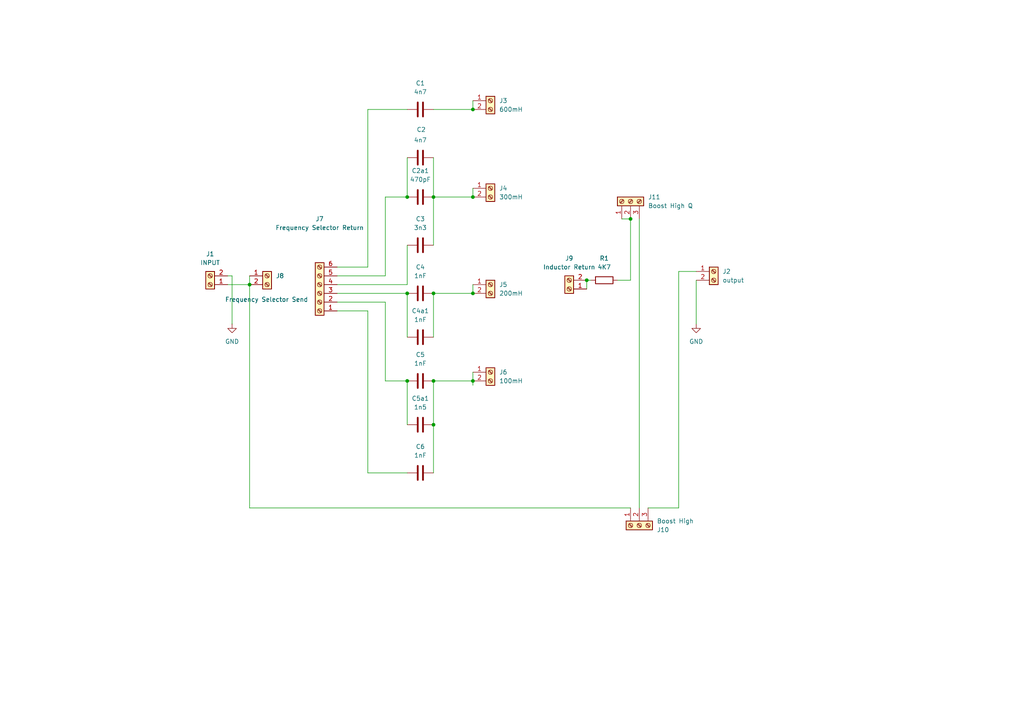
<source format=kicad_sch>
(kicad_sch (version 20231120) (generator "eeschema") (generator_version "8.0")
  (paper "A4")
  (lib_symbols
    (symbol "Connector:Screw_Terminal_01x02" (pin_names (offset 1.016) hide)
      (property "Reference" "J" (at 0 2.54 0))
      (property "Value" "Screw_Terminal_01x02" (at 0 -5.08 0))
      (symbol "Screw_Terminal_01x02_1_1"
        (rectangle (start -1.27 1.27) (end 1.27 -3.81) (stroke (width 0.254)) (fill (type background)))
        (circle (center 0 -2.54) (radius 0.635) (stroke (width 0.1524)))
        (polyline (pts (xy -0.5334 -2.2098) (xy 0.3302 -3.048)) (stroke (width 0.1524)))
        (polyline (pts (xy -0.5334 0.3302) (xy 0.3302 -0.508)) (stroke (width 0.1524)))
        (polyline (pts (xy -0.3556 -2.032) (xy 0.508 -2.8702)) (stroke (width 0.1524)))
        (polyline (pts (xy -0.3556 0.508) (xy 0.508 -0.3302)) (stroke (width 0.1524)))
        (circle (center 0 0) (radius 0.635) (stroke (width 0.1524)))
        (pin passive line (at -5.08 0 0) (length 3.81) (name "Pin_1") (number "1"))
        (pin passive line (at -5.08 -2.54 0) (length 3.81) (name "Pin_2") (number "2"))
      )
    )
    (symbol "Connector:Screw_Terminal_01x03" (pin_names (offset 1.016) hide)
      (property "Reference" "J" (at 0 5.08 0))
      (property "Value" "Screw_Terminal_01x03" (at 0 -5.08 0))
      (symbol "Screw_Terminal_01x03_1_1"
        (rectangle (start -1.27 3.81) (end 1.27 -3.81) (stroke (width 0.254)) (fill (type background)))
        (circle (center 0 -2.54) (radius 0.635) (stroke (width 0.1524)))
        (polyline (pts (xy -0.5334 -2.2098) (xy 0.3302 -3.048)) (stroke (width 0.1524)))
        (polyline (pts (xy -0.5334 0.3302) (xy 0.3302 -0.508)) (stroke (width 0.1524)))
        (polyline (pts (xy -0.5334 2.8702) (xy 0.3302 2.032)) (stroke (width 0.1524)))
        (polyline (pts (xy -0.3556 -2.032) (xy 0.508 -2.8702)) (stroke (width 0.1524)))
        (polyline (pts (xy -0.3556 0.508) (xy 0.508 -0.3302)) (stroke (width 0.1524)))
        (polyline (pts (xy -0.3556 3.048) (xy 0.508 2.2098)) (stroke (width 0.1524)))
        (circle (center 0 0) (radius 0.635) (stroke (width 0.1524)))
        (circle (center 0 2.54) (radius 0.635) (stroke (width 0.1524)))
        (pin passive line (at -5.08 2.54 0) (length 3.81) (name "Pin_1") (number "1"))
        (pin passive line (at -5.08 0 0) (length 3.81) (name "Pin_2") (number "2"))
        (pin passive line (at -5.08 -2.54 0) (length 3.81) (name "Pin_3") (number "3"))
      )
    )
    (symbol "Connector:Screw_Terminal_01x06" (pin_names (offset 1.016) hide)
      (property "Reference" "J" (at 0 7.62 0))
      (property "Value" "Screw_Terminal_01x06" (at 0 -10.16 0))
      (symbol "Screw_Terminal_01x06_1_1"
        (rectangle (start -1.27 6.35) (end 1.27 -8.89) (stroke (width 0.254)) (fill (type background)))
        (circle (center 0 -7.62) (radius 0.635) (stroke (width 0.1524)))
        (circle (center 0 -5.08) (radius 0.635) (stroke (width 0.1524)))
        (circle (center 0 -2.54) (radius 0.635) (stroke (width 0.1524)))
        (polyline (pts (xy -0.5334 -7.2898) (xy 0.3302 -8.128)) (stroke (width 0.1524)))
        (polyline (pts (xy -0.5334 -4.7498) (xy 0.3302 -5.588)) (stroke (width 0.1524)))
        (polyline (pts (xy -0.5334 -2.2098) (xy 0.3302 -3.048)) (stroke (width 0.1524)))
        (polyline (pts (xy -0.5334 0.3302) (xy 0.3302 -0.508)) (stroke (width 0.1524)))
        (polyline (pts (xy -0.5334 2.8702) (xy 0.3302 2.032)) (stroke (width 0.1524)))
        (polyline (pts (xy -0.5334 5.4102) (xy 0.3302 4.572)) (stroke (width 0.1524)))
        (polyline (pts (xy -0.3556 -7.112) (xy 0.508 -7.9502)) (stroke (width 0.1524)))
        (polyline (pts (xy -0.3556 -4.572) (xy 0.508 -5.4102)) (stroke (width 0.1524)))
        (polyline (pts (xy -0.3556 -2.032) (xy 0.508 -2.8702)) (stroke (width 0.1524)))
        (polyline (pts (xy -0.3556 0.508) (xy 0.508 -0.3302)) (stroke (width 0.1524)))
        (polyline (pts (xy -0.3556 3.048) (xy 0.508 2.2098)) (stroke (width 0.1524)))
        (polyline (pts (xy -0.3556 5.588) (xy 0.508 4.7498)) (stroke (width 0.1524)))
        (circle (center 0 0) (radius 0.635) (stroke (width 0.1524)))
        (circle (center 0 2.54) (radius 0.635) (stroke (width 0.1524)))
        (circle (center 0 5.08) (radius 0.635) (stroke (width 0.1524)))
        (pin passive line (at -5.08 5.08 0) (length 3.81) (name "Pin_1") (number "1"))
        (pin passive line (at -5.08 2.54 0) (length 3.81) (name "Pin_2") (number "2"))
        (pin passive line (at -5.08 0 0) (length 3.81) (name "Pin_3") (number "3"))
        (pin passive line (at -5.08 -2.54 0) (length 3.81) (name "Pin_4") (number "4"))
        (pin passive line (at -5.08 -5.08 0) (length 3.81) (name "Pin_5") (number "5"))
        (pin passive line (at -5.08 -7.62 0) (length 3.81) (name "Pin_6") (number "6"))
      )
    )
    (symbol "Device:C" (pin_numbers hide) (pin_names (offset 0.254))
      (property "Reference" "C" (at 0.635 2.54 0))
      (property "Value" "C" (at 0.635 -2.54 0))
      (symbol "C_0_1"
        (polyline (pts (xy -2.032 -0.762) (xy 2.032 -0.762)) (stroke (width 0.508)))
        (polyline (pts (xy -2.032 0.762) (xy 2.032 0.762)) (stroke (width 0.508)))
      )
      (symbol "C_1_1"
        (pin passive line (at 0 3.81 270) (length 2.794) (name "~") (number "1"))
        (pin passive line (at 0 -3.81 90) (length 2.794) (name "~") (number "2"))
      )
    )
    (symbol "Device:R" (pin_numbers hide) (pin_names (offset 0))
      (property "Reference" "R" (at 2.032 0 90))
      (property "Value" "R" (at 0 0 90))
      (symbol "R_0_1"
        (rectangle (start -1.016 -2.54) (end 1.016 2.54) (stroke (width 0.254)))
      )
      (symbol "R_1_1"
        (pin passive line (at 0 3.81 270) (length 1.27) (name "~") (number "1"))
        (pin passive line (at 0 -3.81 90) (length 1.27) (name "~") (number "2"))
      )
    )
    (symbol "power:GND" (power) (pin_numbers hide) (pin_names (offset 0) hide)
      (property "Value" "GND" (at 0 -3.81 0))
      (symbol "GND_0_1"
        (polyline (pts (xy 0 0) (xy 0 -1.27) (xy 1.27 -1.27) (xy 0 -2.54) (xy -1.27 -1.27) (xy 0 -1.27)))
      )
      (symbol "GND_1_1"
        (pin power_in line (at 0 0 270) (length 0) (name "~") (number "1"))
      )
    )
  )
  (junction (at 125.73 110.49))
  (junction (at 137.16 85.09))
  (junction (at 118.11 110.49))
  (junction (at 125.73 85.09))
  (junction (at 125.73 57.15))
  (junction (at 118.11 85.09))
  (junction (at 137.16 31.75))
  (junction (at 118.11 57.15))
  (junction (at 182.88 63.5))
  (junction (at 137.16 57.15))
  (junction (at 72.39 82.55))
  (junction (at 125.73 123.19))
  (junction (at 170.18 81.28))
  (junction (at 137.16 110.49))
  (wire (pts (xy 66.04 80.01) (xy 67.31 80.01)))
  (wire (pts (xy 125.73 31.75) (xy 137.16 31.75)))
  (wire (pts (xy 97.79 80.01) (xy 111.76 80.01)))
  (wire (pts (xy 67.31 80.01) (xy 67.31 93.98)))
  (wire (pts (xy 66.04 82.55) (xy 72.39 82.55)))
  (wire (pts (xy 179.07 81.28) (xy 182.88 81.28)))
  (wire (pts (xy 180.34 63.5) (xy 182.88 63.5)))
  (wire (pts (xy 97.79 87.63) (xy 111.76 87.63)))
  (wire (pts (xy 137.16 107.95) (xy 137.16 110.49)))
  (wire (pts (xy 97.79 82.55) (xy 118.11 82.55)))
  (wire (pts (xy 185.42 63.5) (xy 185.42 147.32)))
  (wire (pts (xy 125.73 110.49) (xy 125.73 123.19)))
  (wire (pts (xy 125.73 45.72) (xy 125.73 57.15)))
  (wire (pts (xy 72.39 80.01) (xy 72.39 82.55)))
  (wire (pts (xy 196.85 78.74) (xy 201.93 78.74)))
  (wire (pts (xy 125.73 57.15) (xy 137.16 57.15)))
  (wire (pts (xy 170.18 81.28) (xy 170.18 83.82)))
  (wire (pts (xy 111.76 57.15) (xy 111.76 80.01)))
  (wire (pts (xy 125.73 110.49) (xy 137.16 110.49)))
  (wire (pts (xy 196.85 147.32) (xy 196.85 78.74)))
  (wire (pts (xy 106.68 90.17) (xy 106.68 137.16)))
  (wire (pts (xy 118.11 85.09) (xy 118.11 97.79)))
  (wire (pts (xy 187.96 147.32) (xy 196.85 147.32)))
  (wire (pts (xy 106.68 137.16) (xy 118.11 137.16)))
  (wire (pts (xy 125.73 123.19) (xy 125.73 137.16)))
  (wire (pts (xy 97.79 90.17) (xy 106.68 90.17)))
  (wire (pts (xy 137.16 54.61) (xy 137.16 57.15)))
  (wire (pts (xy 111.76 57.15) (xy 118.11 57.15)))
  (wire (pts (xy 137.16 29.21) (xy 137.16 31.75)))
  (wire (pts (xy 182.88 147.32) (xy 72.39 147.32)))
  (wire (pts (xy 201.93 81.28) (xy 201.93 93.98)))
  (wire (pts (xy 125.73 85.09) (xy 137.16 85.09)))
  (wire (pts (xy 137.16 110.49) (xy 137.16 111.76)))
  (wire (pts (xy 97.79 77.47) (xy 106.68 77.47)))
  (wire (pts (xy 118.11 110.49) (xy 118.11 123.19)))
  (wire (pts (xy 182.88 63.5) (xy 182.88 81.28)))
  (wire (pts (xy 118.11 45.72) (xy 118.11 57.15)))
  (wire (pts (xy 97.79 85.09) (xy 118.11 85.09)))
  (wire (pts (xy 125.73 85.09) (xy 125.73 97.79)))
  (wire (pts (xy 111.76 110.49) (xy 118.11 110.49)))
  (wire (pts (xy 125.73 71.12) (xy 125.73 57.15)))
  (wire (pts (xy 118.11 71.12) (xy 118.11 82.55)))
  (wire (pts (xy 111.76 87.63) (xy 111.76 110.49)))
  (wire (pts (xy 106.68 31.75) (xy 106.68 77.47)))
  (wire (pts (xy 137.16 82.55) (xy 137.16 85.09)))
  (wire (pts (xy 170.18 81.28) (xy 171.45 81.28)))
  (wire (pts (xy 72.39 82.55) (xy 72.39 147.32)))
  (wire (pts (xy 106.68 31.75) (xy 118.11 31.75)))
  (symbol (lib_id "Device:C") (at 121.92 57.15 90) (unit 1)
    (property "Reference" "C2a1" (at 121.92 49.53 90))
    (property "Value" "470pF" (at 121.92 52.07 90))
    (property "Footprint" "OL Library:C_Rect_L7.0mm_W2.0mm_P5.00mm_Fat_Pad" (effects (hide yes)))
    (property "Description" "Unpolarized capacitor" (effects (hide yes)))
  )
  (symbol (lib_id "Connector:Screw_Terminal_01x02") (at 142.24 29.21 0) (unit 1)
    (property "Reference" "J3" (at 144.78 29.2099 0) (effects (justify left)))
    (property "Value" "600mH" (at 144.78 31.7499 0) (effects (justify left)))
    (property "Footprint" "OL Library:TerminalBlock_Phoenix_MKDS-1,5-2_1x02_P5.00mm_Horizontal Fat Pad" (effects (hide yes)))
    (property "Description" "Generic screw terminal, single row, 01x02, script generated (kicad-library-utils/schlib/autogen/connector/)" (effects (hide yes)))
  )
  (symbol (lib_id "Device:R") (at 175.26 81.28 90) (unit 1)
    (property "Reference" "R1" (at 175.26 74.93 90))
    (property "Value" "4K7" (at 175.26 77.47 90))
    (property "Footprint" "OL Library:R_Axial_DIN0411_L9.9mm_D3.6mm_P12.70mm_Horizontal Fat Pad" (effects (hide yes)))
    (property "Description" "Resistor" (effects (hide yes)))
  )
  (symbol (lib_id "power:GND") (at 201.93 93.98 0) (unit 1)
    (property "Reference" "#PWR02" (effects (hide yes)))
    (property "Value" "GND" (at 201.93 99.06 0))
    (property "Description" "Power symbol creates a global label with name \"GND\" , ground" (effects (hide yes)))
  )
  (symbol (lib_id "Connector:Screw_Terminal_01x02") (at 142.24 54.61 0) (unit 1)
    (property "Reference" "J4" (at 144.78 54.6099 0) (effects (justify left)))
    (property "Value" "300mH" (at 144.78 57.1499 0) (effects (justify left)))
    (property "Footprint" "OL Library:TerminalBlock_Phoenix_MKDS-1,5-2_1x02_P5.00mm_Horizontal Fat Pad" (effects (hide yes)))
    (property "Description" "Generic screw terminal, single row, 01x02, script generated (kicad-library-utils/schlib/autogen/connector/)" (effects (hide yes)))
  )
  (symbol (lib_id "Connector:Screw_Terminal_01x06") (at 92.71 85.09 180) (unit 1)
    (property "Reference" "J7" (at 92.71 63.5 0))
    (property "Value" "Frequency Selector Return" (at 92.71 66.04 0))
    (property "Footprint" "TerminalBlock_Phoenix:TerminalBlock_Phoenix_MKDS-1,5-6_1x06_P5.00mm_Horizontal" (effects (hide yes)))
    (property "Description" "Generic screw terminal, single row, 01x06, script generated (kicad-library-utils/schlib/autogen/connector/)" (effects (hide yes)))
  )
  (symbol (lib_id "Connector:Screw_Terminal_01x03") (at 185.42 152.4 90) (mirror x) (unit 1)
    (property "Reference" "J10" (at 190.5 153.6701 90) (effects (justify right)))
    (property "Value" "Boost High" (at 190.5 151.1301 90) (effects (justify right)))
    (property "Footprint" "OL Library:TerminalBlock_Phoenix_MKDS-1,5-3_1x03_P5.00mm_Horizontal Fat Pad" (effects (hide yes)))
    (property "Description" "Generic screw terminal, single row, 01x03, script generated (kicad-library-utils/schlib/autogen/connector/)" (effects (hide yes)))
  )
  (symbol (lib_id "Device:C") (at 121.92 123.19 90) (unit 1)
    (property "Reference" "C5a1" (at 121.92 115.57 90))
    (property "Value" "1n5" (at 121.92 118.11 90))
    (property "Footprint" "OL Library:C_Rect_L7.0mm_W2.0mm_P5.00mm_Fat_Pad" (effects (hide yes)))
    (property "Description" "Unpolarized capacitor" (effects (hide yes)))
  )
  (symbol (lib_id "Device:C") (at 121.92 110.49 90) (unit 1)
    (property "Reference" "C5" (at 121.92 102.87 90))
    (property "Value" "1nF" (at 121.92 105.41 90))
    (property "Footprint" "OL Library:C_Rect_L7.0mm_W2.0mm_P5.00mm_Fat_Pad" (effects (hide yes)))
    (property "Description" "Unpolarized capacitor" (effects (hide yes)))
  )
  (symbol (lib_id "Device:C") (at 121.92 31.75 90) (unit 1)
    (property "Reference" "C1" (at 121.92 24.13 90))
    (property "Value" "4n7" (at 121.92 26.67 90))
    (property "Footprint" "OL Library:C_Rect_L7.0mm_W2.0mm_P5.00mm_Fat_Pad" (effects (hide yes)))
    (property "Description" "Unpolarized capacitor" (effects (hide yes)))
  )
  (symbol (lib_id "Device:C") (at 121.92 137.16 90) (unit 1)
    (property "Reference" "C6" (at 121.92 129.54 90))
    (property "Value" "1nF" (at 121.92 132.08 90))
    (property "Footprint" "OL Library:C_Rect_L7.0mm_W2.0mm_P5.00mm_Fat_Pad" (effects (hide yes)))
    (property "Description" "Unpolarized capacitor" (effects (hide yes)))
  )
  (symbol (lib_id "Connector:Screw_Terminal_01x03") (at 182.88 58.42 90) (unit 1)
    (property "Reference" "J11" (at 187.96 57.1499 90) (effects (justify right)))
    (property "Value" "Boost High Q" (at 187.96 59.6899 90) (effects (justify right)))
    (property "Footprint" "OL Library:TerminalBlock_Phoenix_MKDS-1,5-3_1x03_P5.00mm_Horizontal Fat Pad" (effects (hide yes)))
    (property "Description" "Generic screw terminal, single row, 01x03, script generated (kicad-library-utils/schlib/autogen/connector/)" (effects (hide yes)))
  )
  (symbol (lib_id "Connector:Screw_Terminal_01x02") (at 77.47 80.01 0) (unit 1)
    (property "Reference" "J8" (at 80.01 80.0099 0) (effects (justify left)))
    (property "Value" "Frequency Selector Send" (at 65.278 86.868 0) (effects (justify left)))
    (property "Footprint" "OL Library:TerminalBlock_Phoenix_MKDS-1,5-2_1x02_P5.00mm_Horizontal Fat Pad" (effects (hide yes)))
    (property "Description" "Generic screw terminal, single row, 01x02, script generated (kicad-library-utils/schlib/autogen/connector/)" (effects (hide yes)))
  )
  (symbol (lib_id "Device:C") (at 121.92 97.79 90) (unit 1)
    (property "Reference" "C4a1" (at 121.92 90.17 90))
    (property "Value" "1nF" (at 121.92 92.71 90))
    (property "Footprint" "OL Library:C_Rect_L7.0mm_W2.0mm_P5.00mm_Fat_Pad" (effects (hide yes)))
    (property "Description" "Unpolarized capacitor" (effects (hide yes)))
  )
  (symbol (lib_id "Device:C") (at 121.92 85.09 90) (unit 1)
    (property "Reference" "C4" (at 121.92 77.47 90))
    (property "Value" "1nF" (at 121.92 80.01 90))
    (property "Footprint" "OL Library:C_Rect_L7.0mm_W2.0mm_P5.00mm_Fat_Pad" (effects (hide yes)))
    (property "Description" "Unpolarized capacitor" (effects (hide yes)))
  )
  (symbol (lib_id "Device:C") (at 121.92 71.12 90) (unit 1)
    (property "Reference" "C3" (at 121.92 63.5 90))
    (property "Value" "3n3" (at 121.92 66.04 90))
    (property "Footprint" "OL Library:C_Rect_L7.0mm_W2.0mm_P5.00mm_Fat_Pad" (effects (hide yes)))
    (property "Description" "Unpolarized capacitor" (effects (hide yes)))
  )
  (symbol (lib_id "Device:C") (at 121.92 45.72 90) (unit 1)
    (property "Reference" "C2" (at 122.174 37.592 90))
    (property "Value" "4n7" (at 121.92 40.64 90))
    (property "Footprint" "OL Library:C_Rect_L7.0mm_W2.0mm_P5.00mm_Fat_Pad" (effects (hide yes)))
    (property "Description" "Unpolarized capacitor" (effects (hide yes)))
  )
  (symbol (lib_id "Connector:Screw_Terminal_01x02") (at 142.24 107.95 0) (unit 1)
    (property "Reference" "J6" (at 144.78 107.9499 0) (effects (justify left)))
    (property "Value" "100mH" (at 144.78 110.4899 0) (effects (justify left)))
    (property "Footprint" "OL Library:TerminalBlock_Phoenix_MKDS-1,5-2_1x02_P5.00mm_Horizontal Fat Pad" (effects (hide yes)))
    (property "Description" "Generic screw terminal, single row, 01x02, script generated (kicad-library-utils/schlib/autogen/connector/)" (effects (hide yes)))
  )
  (symbol (lib_id "Connector:Screw_Terminal_01x02") (at 165.1 83.82 180) (unit 1)
    (property "Reference" "J9" (at 165.1 74.93 0))
    (property "Value" "Inductor Return" (at 165.1 77.47 0))
    (property "Footprint" "OL Library:TerminalBlock_Phoenix_MKDS-1,5-2_1x02_P5.00mm_Horizontal Fat Pad" (effects (hide yes)))
    (property "Description" "Generic screw terminal, single row, 01x02, script generated (kicad-library-utils/schlib/autogen/connector/)" (effects (hide yes)))
  )
  (symbol (lib_id "power:GND") (at 67.31 93.98 0) (unit 1)
    (property "Reference" "#PWR01" (effects (hide yes)))
    (property "Value" "GND" (at 67.31 99.06 0))
    (property "Description" "Power symbol creates a global label with name \"GND\" , ground" (effects (hide yes)))
  )
  (symbol (lib_id "Connector:Screw_Terminal_01x02") (at 142.24 82.55 0) (unit 1)
    (property "Reference" "J5" (at 144.78 82.5499 0) (effects (justify left)))
    (property "Value" "200mH" (at 144.78 85.0899 0) (effects (justify left)))
    (property "Footprint" "OL Library:TerminalBlock_Phoenix_MKDS-1,5-2_1x02_P5.00mm_Horizontal Fat Pad" (effects (hide yes)))
    (property "Description" "Generic screw terminal, single row, 01x02, script generated (kicad-library-utils/schlib/autogen/connector/)" (effects (hide yes)))
  )
  (symbol (lib_id "Connector:Screw_Terminal_01x02") (at 207.01 78.74 0) (unit 1)
    (property "Reference" "J2" (at 209.55 78.7399 0) (effects (justify left)))
    (property "Value" "output" (at 209.55 81.2799 0) (effects (justify left)))
    (property "Footprint" "OL Library:TerminalBlock_Phoenix_MKDS-1,5-2_1x02_P5.00mm_Horizontal Fat Pad" (effects (hide yes)))
    (property "Description" "Generic screw terminal, single row, 01x02, script generated (kicad-library-utils/schlib/autogen/connector/)" (effects (hide yes)))
  )
  (symbol (lib_id "Connector:Screw_Terminal_01x02") (at 60.96 82.55 180) (unit 1)
    (property "Reference" "J1" (at 60.96 73.66 0))
    (property "Value" "INPUT" (at 60.96 76.2 0))
    (property "Footprint" "OL Library:TerminalBlock_Phoenix_MKDS-1,5-2_1x02_P5.00mm_Horizontal Fat Pad" (effects (hide yes)))
    (property "Description" "Generic screw terminal, single row, 01x02, script generated (kicad-library-utils/schlib/autogen/connector/)" (effects (hide yes)))
  )
)
</source>
